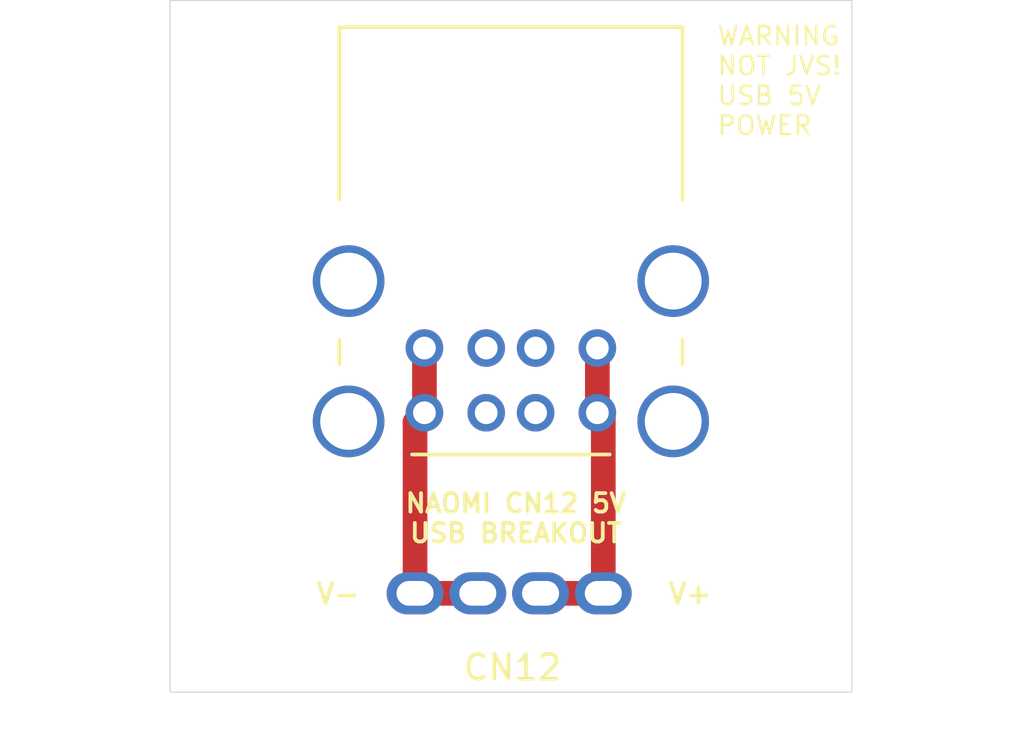
<source format=kicad_pcb>
(kicad_pcb (version 20221018) (generator pcbnew)
  (title_block (rev "1"))
  (layers (0 "F.Cu" signal) (31 "B.Cu" signal) (34 "B.Paste" user) (35 "F.Paste" user) (36 "B.SilkS" user "B.Silkscreen") (37 "F.SilkS" user "F.Silkscreen") (38 "B.Mask" user) (39 "F.Mask" user) (44 "Edge.Cuts" user))
  (net 0 "")
  (net 9 "/V+")
  (net 10 "/V-")
  (footprint "MountingHole:MountingHole_3.2mm_M3" (layer "F.Cu") (at 185.5 59)
    (fp_text reference "REF**" hide)
    (fp_text value "MountingHole_3.2mm_M3")
    (pad "" np_thru_hole circle (at 0 0) (size 3.2 3.2) (drill 3.2) (layers "*.Cu" "*.Mask"))
  )
  (footprint "MountingHole:MountingHole_3.2mm_M3" (layer "F.Cu") (at 185.5 70.5)
    (fp_text reference "REF**" hide)
    (fp_text value "MountingHole_3.2mm_M3")
    (pad "" np_thru_hole circle (at 0 0) (size 3.2 3.2) (drill 3.2) (layers "*.Cu" "*.Mask"))
  )
  (footprint "MountingHole:MountingHole_3.2mm_M3" (layer "F.Cu") (at 163 59)
    (fp_text reference "REF**" hide)
    (fp_text value "MountingHole_3.2mm_M3")
    (pad "" np_thru_hole circle (at 0 0) (size 3.2 3.2) (drill 3.2) (layers "*.Cu" "*.Mask"))
  )
  (footprint "MountingHole:MountingHole_3.2mm_M3" (layer "F.Cu") (at 163 70.5)
    (fp_text reference "REF**" hide)
    (fp_text value "MountingHole_3.2mm_M3")
    (pad "" np_thru_hole circle (at 0 0) (size 3.2 3.2) (drill 3.2) (layers "*.Cu" "*.Mask"))
  )
  (footprint "REB_Connector:Molex-67298-3090-0" (layer "F.Cu") (at 174.2 54.73 180)
    (fp_text reference "J1" hide)
    (fp_text value "67298-3090" hide)
    (fp_line (start -6.95 -4) (end -6.95 -5) (stroke (width 0.15)) (layer "F.SilkS"))
    (fp_line (start -6.95 8.65) (end -6.95 1.65) (stroke (width 0.15)) (layer "F.SilkS"))
    (fp_line (start -6.95 8.65) (end 6.95 8.65) (stroke (width 0.15)) (layer "F.SilkS"))
    (fp_line (start -4 -8.65) (end 4 -8.65) (stroke (width 0.15)) (layer "F.SilkS"))
    (fp_line (start 6.95 -4) (end 6.95 -5) (stroke (width 0.15)) (layer "F.SilkS"))
    (fp_line (start 6.95 8.65) (end 6.95 1.65) (stroke (width 0.15)) (layer "F.SilkS"))
    (pad "1" thru_hole circle (at -3.5 -4.34 180) (size 1.52 1.52) (drill 0.92) (layers "*.Cu" "*.Mask") (net 9 "/V+"))
    (pad "2" thru_hole circle (at -1 -4.34 180) (size 1.52 1.52) (drill 0.92) (layers "*.Cu" "*.Mask"))
    (pad "3" thru_hole circle (at 1 -4.34 180) (size 1.52 1.52) (drill 0.92) (layers "*.Cu" "*.Mask"))
    (pad "4" thru_hole circle (at 3.5 -4.34 180) (size 1.52 1.52) (drill 0.92) (layers "*.Cu" "*.Mask") (net 10 "/V-"))
    (pad "5" thru_hole circle (at -3.5 -6.959999 180) (size 1.52 1.52) (drill 0.92) (layers "*.Cu" "*.Mask") (net 9 "/V+"))
    (pad "6" thru_hole circle (at -1 -6.959999 180) (size 1.52 1.52) (drill 0.92) (layers "*.Cu" "*.Mask"))
    (pad "7" thru_hole circle (at 1 -6.959999 180) (size 1.52 1.52) (drill 0.92) (layers "*.Cu" "*.Mask"))
    (pad "8" thru_hole circle (at 3.5 -6.959999 180) (size 1.52 1.52) (drill 0.92) (layers "*.Cu" "*.Mask") (net 10 "/V-"))
    (pad "9" thru_hole circle (at -6.57 -1.63 180) (size 2.9 2.9) (drill 2.3) (layers "*.Cu" "*.Mask"))
    (pad "10" thru_hole circle (at 6.57 -1.63 180) (size 2.9 2.9) (drill 2.3) (layers "*.Cu" "*.Mask"))
    (pad "11" thru_hole circle (at 6.57 -7.309999 180) (size 2.9 2.9) (drill 2.3) (layers "*.Cu" "*.Mask"))
    (pad "12" thru_hole circle (at -6.57 -7.309999 180) (size 2.9 2.9) (drill 2.3) (layers "*.Cu" "*.Mask"))
  )
  (footprint "REB_Connector:PinHeader_1x04_P2.54mm_Vertical" (layer "F.Cu") (at 174.2625 69.02)
    (fp_text reference "CN12" (at 0 2.98) (layer "F.SilkS"))
    (fp_text value "Conn_01x04_Pin" hide)
    (pad "1" thru_hole oval (at 3.6775 -0.02 270) (size 1.7 2.3) (drill oval 1 1.5) (layers "*.Cu" "*.Mask") (net 9 "/V+"))
    (pad "2" thru_hole oval (at 1.1375 -0.02 270) (size 1.7 2.3) (drill oval 1 1.5) (layers "*.Cu" "*.Mask") (net 9 "/V+"))
    (pad "3" thru_hole oval (at -1.4025 -0.02 270) (size 1.7 2.3) (drill oval 1 1.5) (layers "*.Cu" "*.Mask") (net 10 "/V-"))
    (pad "4" thru_hole oval (at -3.9425 -0.02 270) (size 1.7 2.3) (drill oval 1 1.5) (layers "*.Cu" "*.Mask") (net 10 "/V-"))
  )
  (gr_rect (start 160.4 45) (end 188 73) (stroke (width 0.0381)) (fill none) (layer "Edge.Cuts"))
  (gr_text "WARNING\nNOT JVS!\nUSB 5V\nPOWER" (at 182.5 50.5) (layer "F.SilkS") (effects (font (size 0.75 0.75) (thickness 0.1) bold) (justify left bottom)))
  (gr_text "NAOMI CN12 5V\nUSB BREAKOUT" (at 174.4 67) (layer "F.SilkS") (effects (font (size 0.75 0.75) (thickness 0.1524) bold) (justify bottom)))
  (gr_text "V+" (at 180.5 69.5) (layer "F.SilkS") (effects (font (size 0.8128 0.8128) (thickness 0.1524) bold) (justify left bottom)))
  (gr_text "V-" (at 166.25 69.5) (layer "F.SilkS") (effects (font (size 0.8128 0.8128) (thickness 0.1524) bold) (justify left bottom)))
  (segment (start 177.94 69) (end 177.94 61.929999) (width 1) (layer "F.Cu") (net 9))
  (segment (start 177.94 61.929999) (end 177.7 61.689999) (width 1) (layer "F.Cu") (net 9))
  (segment (start 177.94 69) (end 175.4 69) (width 1) (layer "F.Cu") (net 9))
  (segment (start 177.7 61.689999) (end 177.7 59.07) (width 1) (layer "F.Cu") (net 9))
  (segment (start 172.86 69) (end 170.32 69) (width 1) (layer "F.Cu") (net 10))
  (segment (start 170.7 61.689999) (end 170.7 59.07) (width 1) (layer "F.Cu") (net 10))
  (segment (start 170.32 62.069999) (end 170.7 61.689999) (width 1) (layer "F.Cu") (net 10))
  (segment (start 170.32 69) (end 170.32 62.069999) (width 1) (layer "F.Cu") (net 10))
)
</source>
